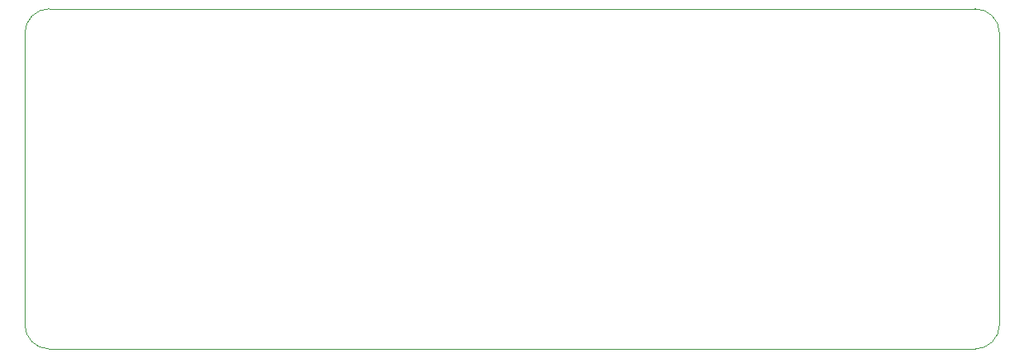
<source format=gbr>
G04 #@! TF.GenerationSoftware,KiCad,Pcbnew,5.0.0-4.fc29*
G04 #@! TF.CreationDate,2018-09-24T17:20:26+02:00*
G04 #@! TF.ProjectId,macro-motor,6D6163726F2D6D6F746F722E6B696361,rev?*
G04 #@! TF.SameCoordinates,PX916f720PY42c1d80*
G04 #@! TF.FileFunction,Profile,NP*
%FSLAX46Y46*%
G04 Gerber Fmt 4.6, Leading zero omitted, Abs format (unit mm)*
G04 Created by KiCad (PCBNEW 5.0.0-4.fc29) date Mon Sep 24 17:20:26 2018*
%MOMM*%
%LPD*%
G01*
G04 APERTURE LIST*
%ADD10C,0.100000*%
G04 APERTURE END LIST*
D10*
X-50000000Y15000000D02*
G75*
G02X-47500000Y17500000I2500000J0D01*
G01*
X47500000Y17500000D02*
G75*
G02X50000000Y15000000I0J-2500000D01*
G01*
X50000000Y-15000000D02*
G75*
G02X47500000Y-17500000I-2500000J0D01*
G01*
X-47500000Y-17500000D02*
G75*
G02X-50000000Y-15000000I0J2500000D01*
G01*
X47500000Y17500000D02*
X-47500000Y17500000D01*
X50000000Y-15000000D02*
X50000000Y15000000D01*
X-47500000Y-17500000D02*
X47500000Y-17500000D01*
X-50000000Y-15000000D02*
X-50000000Y15000000D01*
M02*

</source>
